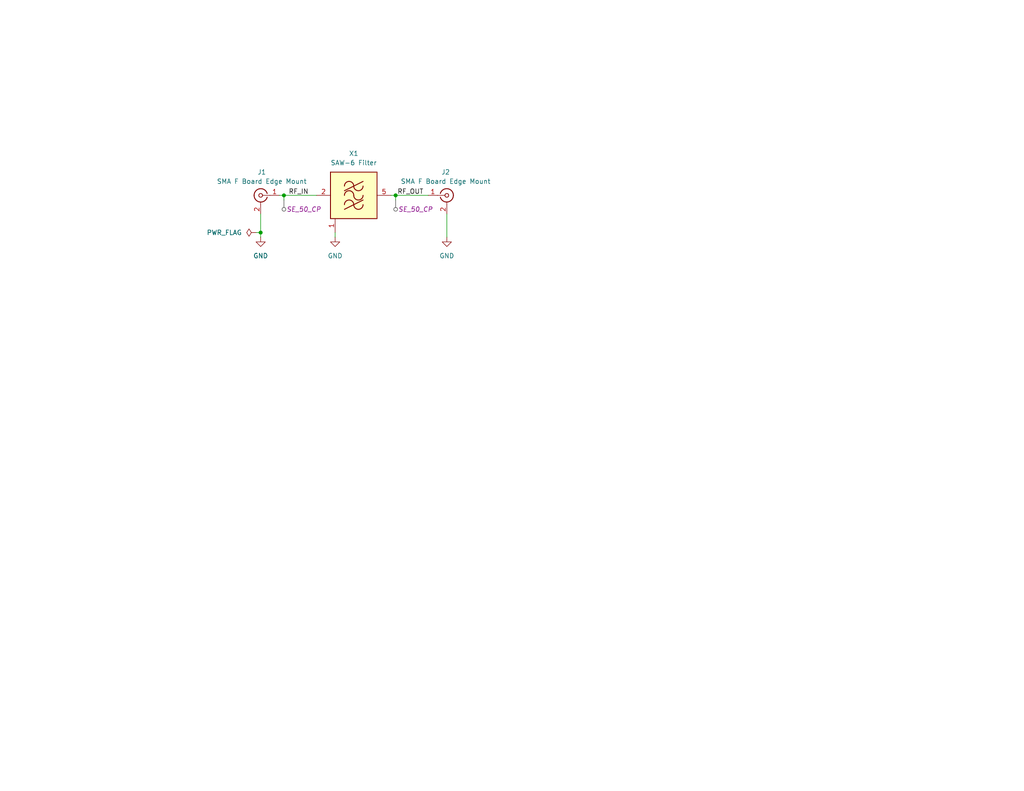
<source format=kicad_sch>
(kicad_sch (version 20231120) (generator "eeschema") (generator_version "8.0")
  (paper "A")
  (title_block (date "2024-08-02") (rev "A"))
  (lib_symbols
    (symbol "Connector:Conn_Coaxial" (pin_names (offset 1.016) hide)
      (property "Reference" "J" (at 0.254 3.048 0))
      (property "Value" "Conn_Coaxial" (at 2.921 0 90))
      (symbol "Conn_Coaxial_0_1"
        (arc (start -1.778 -0.508) (mid 0.2311 -1.8066) (end 1.778 0) (stroke (width 0.254)))
        (polyline (pts (xy -2.54 0) (xy -0.508 0)))
        (polyline (pts (xy 0 -2.54) (xy 0 -1.778)))
        (circle (center 0 0) (radius 0.508) (stroke (width 0.2032)))
        (arc (start 1.778 0) (mid 0.2099 1.8101) (end -1.778 0.508) (stroke (width 0.254)))
      )
      (symbol "Conn_Coaxial_1_1"
        (pin passive line (at -5.08 0 0) (length 2.54) (name "In") (number "1"))
        (pin passive line (at 0 -5.08 90) (length 2.54) (name "Ext") (number "2"))
      )
    )
    (symbol "Custom_RF_Filter:SAW-6 Filter" (pin_names hide)
      (property "Reference" "X" (at -5.08 10.16 0))
      (property "Value" "SAW-6 Filter" (at -1.27 7.62 0))
      (symbol "SAW-6 Filter_1_1"
        (rectangle (start -6.35 6.35) (end 6.35 -6.35) (stroke (width 0.254)) (fill (type background)))
        (arc (start 0 -2.54) (mid -1.27 -1.2755) (end -2.54 -2.54) (stroke (width 0.254)))
        (arc (start 0 -2.54) (mid 1.27 -3.8044) (end 2.54 -2.54) (stroke (width 0.254)))
        (arc (start 0 0) (mid -1.27 1.2645) (end -2.54 0) (stroke (width 0.254)))
        (polyline (pts (xy -2.54 -3.81) (xy 2.54 -1.27)) (stroke (width 0.254)))
        (polyline (pts (xy -2.54 1.27) (xy 2.54 3.81)) (stroke (width 0.254)))
        (arc (start 0 0) (mid 1.27 -1.2645) (end 2.54 0) (stroke (width 0.254)))
        (arc (start 0 2.54) (mid -1.27 3.8044) (end -2.54 2.54) (stroke (width 0.254)))
        (arc (start 0 2.54) (mid 1.27 1.2755) (end 2.54 2.54) (stroke (width 0.254)))
        (pin power_in line (at -5.08 -10.16 90) (length 3.81) (name "GND") (number "1"))
        (pin input line (at -10.16 0 0) (length 3.81) (name "IN") (number "2"))
        (pin passive line (at -5.08 -10.16 90) (length 3.81) hide (name "GND") (number "3"))
        (pin passive line (at -5.08 -10.16 90) (length 3.81) hide (name "GND") (number "4"))
        (pin output line (at 10.16 0 180) (length 3.81) (name "OUT") (number "5"))
        (pin passive line (at -5.08 -10.16 90) (length 3.81) hide (name "GND") (number "6"))
      )
    )
    (symbol "power:GND" (power) (pin_numbers hide) (pin_names (offset 0) hide)
      (property "Value" "GND" (at 0 -3.81 0))
      (symbol "GND_0_1"
        (polyline (pts (xy 0 0) (xy 0 -1.27) (xy 1.27 -1.27) (xy 0 -2.54) (xy -1.27 -1.27) (xy 0 -1.27)))
      )
      (symbol "GND_1_1"
        (pin power_in line (at 0 0 270) (length 0) (name "~") (number "1"))
      )
    )
    (symbol "power:PWR_FLAG" (power) (pin_numbers hide) (pin_names (offset 0) hide)
      (property "Value" "PWR_FLAG" (at 0 3.81 0))
      (symbol "PWR_FLAG_0_0"
        (pin power_out line (at 0 0 90) (length 0) (name "~") (number "1"))
      )
      (symbol "PWR_FLAG_0_1"
        (polyline (pts (xy 0 0) (xy 0 1.27) (xy -1.016 1.905) (xy 0 2.54) (xy 1.016 1.905) (xy 0 1.27)))
      )
    )
  )
  (junction (at 71.12 63.5))
  (junction (at 107.95 53.34))
  (junction (at 77.47 53.34))
  (wire (pts (xy 71.12 58.42) (xy 71.12 63.5)))
  (wire (pts (xy 76.2 53.34) (xy 77.47 53.34)))
  (wire (pts (xy 69.85 63.5) (xy 71.12 63.5)))
  (wire (pts (xy 71.12 63.5) (xy 71.12 64.77)))
  (wire (pts (xy 91.44 63.5) (xy 91.44 64.77)))
  (wire (pts (xy 77.47 53.34) (xy 86.36 53.34)))
  (wire (pts (xy 107.95 53.34) (xy 106.68 53.34)))
  (wire (pts (xy 121.92 58.42) (xy 121.92 64.77)))
  (wire (pts (xy 77.47 54.61) (xy 77.47 53.34)))
  (wire (pts (xy 116.84 53.34) (xy 107.95 53.34)))
  (wire (pts (xy 107.95 54.61) (xy 107.95 53.34)))
  (label "RF_OUT" (at 115.57 53.34 180))
  (label "RF_IN" (at 78.74 53.34 0))
  (netclass_flag "" (length 2.54) (shape round) (at 107.95 54.61 180) (property "Netclass" "SE_50_CP" (at 108.6485 57.15 0) (effects (font (italic yes)) (justify left))))
  (netclass_flag "" (length 2.54) (shape round) (at 77.47 54.61 180) (property "Netclass" "SE_50_CP" (at 78.1685 57.15 0) (effects (font (italic yes)) (justify left))))
  (symbol (lib_id "power:GND") (at 91.44 64.77 0) (unit 1)
    (property "Reference" "#PWR02" (effects (hide yes)))
    (property "Value" "GND" (at 91.44 69.85 0))
    (property "Description" "Power symbol creates a global label with name \"GND\" , ground" (effects (hide yes)))
  )
  (symbol (lib_id "power:PWR_FLAG") (at 69.85 63.5 90) (unit 1)
    (property "Reference" "#FLG01" (effects (hide yes)))
    (property "Value" "PWR_FLAG" (at 66.04 63.4999 90) (effects (justify left)))
    (property "Description" "Special symbol for telling ERC where power comes from" (effects (hide yes)))
  )
  (symbol (lib_id "power:GND") (at 71.12 64.77 0) (unit 1)
    (property "Reference" "#PWR01" (effects (hide yes)))
    (property "Value" "GND" (at 71.12 69.85 0))
    (property "Description" "Power symbol creates a global label with name \"GND\" , ground" (effects (hide yes)))
  )
  (symbol (lib_id "Custom_RF_Filter:SAW-6 Filter") (at 96.52 53.34 0) (unit 1)
    (property "Reference" "X1" (at 96.52 41.91 0))
    (property "Value" "SAW-6 Filter" (at 96.52 44.45 0))
    (property "Footprint" "Custom_Filter:Filter_SAW-6_3.0x3.0mm" (effects (hide yes)))
    (property "Description" "Bandpass Filter, SAW filter 6-pin" (effects (hide yes)))
  )
  (symbol (lib_id "Connector:Conn_Coaxial") (at 121.92 53.34 0) (unit 1)
    (property "Reference" "J2" (at 121.6026 46.99 0))
    (property "Value" "SMA F Board Edge Mount" (at 121.6026 49.53 0))
    (property "Footprint" "Custom_Connector_Coaxial:SMA_Amphenol_132289_EdgeMount" (effects (hide yes)))
    (property "Description" "coaxial connector (BNC, SMA, SMB, SMC, Cinch/RCA, LEMO, ...)" (effects (hide yes)))
  )
  (symbol (lib_id "Connector:Conn_Coaxial") (at 71.12 53.34 0) (mirror y) (unit 1)
    (property "Reference" "J1" (at 71.4374 46.99 0))
    (property "Value" "SMA F Board Edge Mount" (at 71.4374 49.53 0))
    (property "Footprint" "Custom_Connector_Coaxial:SMA_Amphenol_132289_EdgeMount" (effects (hide yes)))
    (property "Description" "coaxial connector (BNC, SMA, SMB, SMC, Cinch/RCA, LEMO, ...)" (effects (hide yes)))
  )
  (symbol (lib_id "power:GND") (at 121.92 64.77 0) (mirror y) (unit 1)
    (property "Reference" "#PWR03" (effects (hide yes)))
    (property "Value" "GND" (at 121.92 69.85 0))
    (property "Description" "Power symbol creates a global label with name \"GND\" , ground" (effects (hide yes)))
  )
)
</source>
